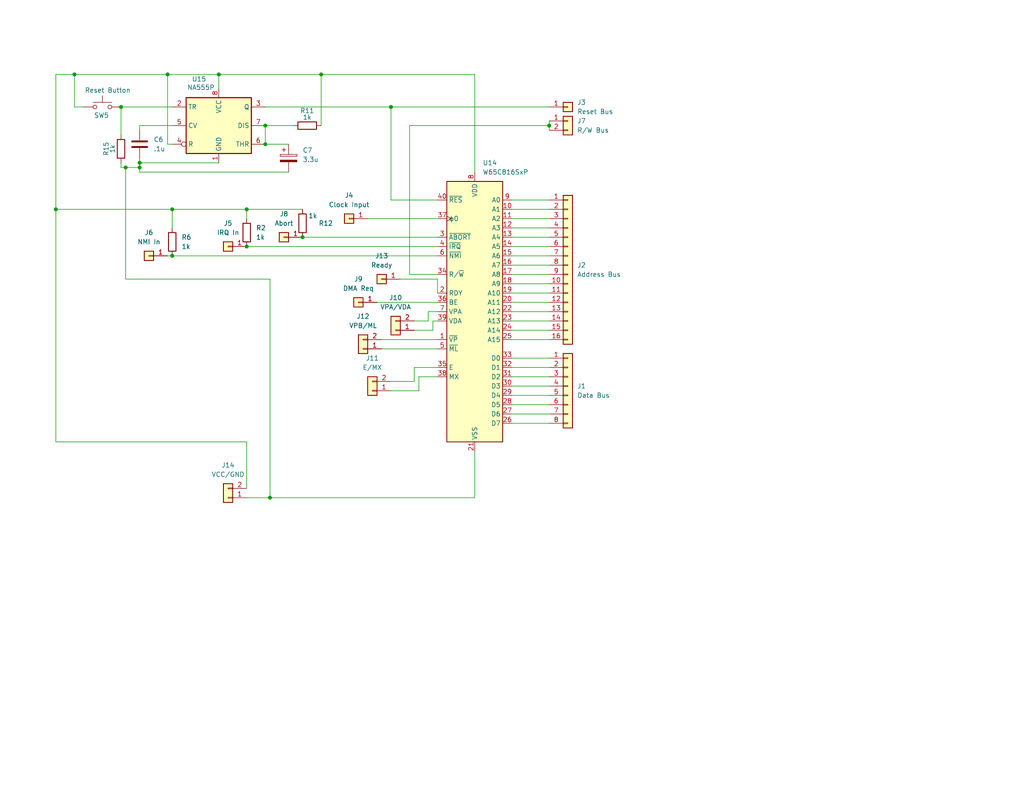
<source format=kicad_sch>
(kicad_sch (version 20250114) (generator "eeschema") (generator_version "9.0")
  (paper "USLetter")
  (title_block (date "2025-10-23") (rev "3") (comment 1 "Schematic for a CPU breakout PCB") (comment 2 "Not required for function") (comment 4 "Reset switch may be wrong?"))
  (lib_symbols
    (symbol "Connector_Generic:Conn_01x01" (pin_names (offset 1.016) (hide yes))
      (property "Reference" "J" (at 0 2.54 0))
      (property "Value" "Conn_01x01" (at 0 -2.54 0))
      (symbol "Conn_01x01_1_1"
        (rectangle (start -1.27 1.27) (end 1.27 -1.27) (stroke (width 0.254)) (fill (type background)))
        (rectangle (start -1.27 0.127) (end 0 -0.127) (stroke (width 0.1524)))
        (pin passive line (at -5.08 0 0) (length 3.81) (name "Pin_1") (number "1"))
      )
    )
    (symbol "Connector_Generic:Conn_01x02" (pin_names (offset 1.016) (hide yes))
      (property "Reference" "J" (at 0 2.54 0))
      (property "Value" "Conn_01x02" (at 0 -5.08 0))
      (symbol "Conn_01x02_1_1"
        (rectangle (start -1.27 1.27) (end 1.27 -3.81) (stroke (width 0.254)) (fill (type background)))
        (rectangle (start -1.27 0.127) (end 0 -0.127) (stroke (width 0.1524)))
        (rectangle (start -1.27 -2.413) (end 0 -2.667) (stroke (width 0.1524)))
        (pin passive line (at -5.08 0 0) (length 3.81) (name "Pin_1") (number "1"))
        (pin passive line (at -5.08 -2.54 0) (length 3.81) (name "Pin_2") (number "2"))
      )
    )
    (symbol "Connector_Generic:Conn_01x08" (pin_names (offset 1.016) (hide yes))
      (property "Reference" "J" (at 0 10.16 0))
      (property "Value" "Conn_01x08" (at 0 -12.7 0))
      (symbol "Conn_01x08_1_1"
        (rectangle (start -1.27 8.89) (end 1.27 -11.43) (stroke (width 0.254)) (fill (type background)))
        (rectangle (start -1.27 7.747) (end 0 7.493) (stroke (width 0.1524)))
        (rectangle (start -1.27 5.207) (end 0 4.953) (stroke (width 0.1524)))
        (rectangle (start -1.27 2.667) (end 0 2.413) (stroke (width 0.1524)))
        (rectangle (start -1.27 0.127) (end 0 -0.127) (stroke (width 0.1524)))
        (rectangle (start -1.27 -2.413) (end 0 -2.667) (stroke (width 0.1524)))
        (rectangle (start -1.27 -4.953) (end 0 -5.207) (stroke (width 0.1524)))
        (rectangle (start -1.27 -7.493) (end 0 -7.747) (stroke (width 0.1524)))
        (rectangle (start -1.27 -10.033) (end 0 -10.287) (stroke (width 0.1524)))
        (pin passive line (at -5.08 7.62 0) (length 3.81) (name "Pin_1") (number "1"))
        (pin passive line (at -5.08 5.08 0) (length 3.81) (name "Pin_2") (number "2"))
        (pin passive line (at -5.08 2.54 0) (length 3.81) (name "Pin_3") (number "3"))
        (pin passive line (at -5.08 0 0) (length 3.81) (name "Pin_4") (number "4"))
        (pin passive line (at -5.08 -2.54 0) (length 3.81) (name "Pin_5") (number "5"))
        (pin passive line (at -5.08 -5.08 0) (length 3.81) (name "Pin_6") (number "6"))
        (pin passive line (at -5.08 -7.62 0) (length 3.81) (name "Pin_7") (number "7"))
        (pin passive line (at -5.08 -10.16 0) (length 3.81) (name "Pin_8") (number "8"))
      )
    )
    (symbol "Connector_Generic:Conn_01x16" (pin_names (offset 1.016) (hide yes))
      (property "Reference" "J" (at 0 20.32 0))
      (property "Value" "Conn_01x16" (at 0 -22.86 0))
      (symbol "Conn_01x16_1_1"
        (rectangle (start -1.27 19.05) (end 1.27 -21.59) (stroke (width 0.254)) (fill (type background)))
        (rectangle (start -1.27 17.907) (end 0 17.653) (stroke (width 0.1524)))
        (rectangle (start -1.27 15.367) (end 0 15.113) (stroke (width 0.1524)))
        (rectangle (start -1.27 12.827) (end 0 12.573) (stroke (width 0.1524)))
        (rectangle (start -1.27 10.287) (end 0 10.033) (stroke (width 0.1524)))
        (rectangle (start -1.27 7.747) (end 0 7.493) (stroke (width 0.1524)))
        (rectangle (start -1.27 5.207) (end 0 4.953) (stroke (width 0.1524)))
        (rectangle (start -1.27 2.667) (end 0 2.413) (stroke (width 0.1524)))
        (rectangle (start -1.27 0.127) (end 0 -0.127) (stroke (width 0.1524)))
        (rectangle (start -1.27 -2.413) (end 0 -2.667) (stroke (width 0.1524)))
        (rectangle (start -1.27 -4.953) (end 0 -5.207) (stroke (width 0.1524)))
        (rectangle (start -1.27 -7.493) (end 0 -7.747) (stroke (width 0.1524)))
        (rectangle (start -1.27 -10.033) (end 0 -10.287) (stroke (width 0.1524)))
        (rectangle (start -1.27 -12.573) (end 0 -12.827) (stroke (width 0.1524)))
        (rectangle (start -1.27 -15.113) (end 0 -15.367) (stroke (width 0.1524)))
        (rectangle (start -1.27 -17.653) (end 0 -17.907) (stroke (width 0.1524)))
        (rectangle (start -1.27 -20.193) (end 0 -20.447) (stroke (width 0.1524)))
        (pin passive line (at -5.08 17.78 0) (length 3.81) (name "Pin_1") (number "1"))
        (pin passive line (at -5.08 15.24 0) (length 3.81) (name "Pin_2") (number "2"))
        (pin passive line (at -5.08 12.7 0) (length 3.81) (name "Pin_3") (number "3"))
        (pin passive line (at -5.08 10.16 0) (length 3.81) (name "Pin_4") (number "4"))
        (pin passive line (at -5.08 7.62 0) (length 3.81) (name "Pin_5") (number "5"))
        (pin passive line (at -5.08 5.08 0) (length 3.81) (name "Pin_6") (number "6"))
        (pin passive line (at -5.08 2.54 0) (length 3.81) (name "Pin_7") (number "7"))
        (pin passive line (at -5.08 0 0) (length 3.81) (name "Pin_8") (number "8"))
        (pin passive line (at -5.08 -2.54 0) (length 3.81) (name "Pin_9") (number "9"))
        (pin passive line (at -5.08 -5.08 0) (length 3.81) (name "Pin_10") (number "10"))
        (pin passive line (at -5.08 -7.62 0) (length 3.81) (name "Pin_11") (number "11"))
        (pin passive line (at -5.08 -10.16 0) (length 3.81) (name "Pin_12") (number "12"))
        (pin passive line (at -5.08 -12.7 0) (length 3.81) (name "Pin_13") (number "13"))
        (pin passive line (at -5.08 -15.24 0) (length 3.81) (name "Pin_14") (number "14"))
        (pin passive line (at -5.08 -17.78 0) (length 3.81) (name "Pin_15") (number "15"))
        (pin passive line (at -5.08 -20.32 0) (length 3.81) (name "Pin_16") (number "16"))
      )
    )
    (symbol "Device:C" (pin_numbers (hide yes)) (pin_names (offset 0.254))
      (property "Reference" "C" (at 0.635 2.54 0))
      (property "Value" "C" (at 0.635 -2.54 0))
      (symbol "C_0_1"
        (polyline (pts (xy -2.032 0.762) (xy 2.032 0.762)) (stroke (width 0.508)))
        (polyline (pts (xy -2.032 -0.762) (xy 2.032 -0.762)) (stroke (width 0.508)))
      )
      (symbol "C_1_1"
        (pin passive line (at 0 3.81 270) (length 2.794) (name "~") (number "1"))
        (pin passive line (at 0 -3.81 90) (length 2.794) (name "~") (number "2"))
      )
    )
    (symbol "Device:C_Polarized" (pin_numbers (hide yes)) (pin_names (offset 0.254))
      (property "Reference" "C" (at 0.635 2.54 0))
      (property "Value" "C_Polarized" (at 0.635 -2.54 0))
      (symbol "C_Polarized_0_1"
        (rectangle (start -2.286 0.508) (end 2.286 1.016))
        (polyline (pts (xy -1.778 2.286) (xy -0.762 2.286)))
        (polyline (pts (xy -1.27 2.794) (xy -1.27 1.778)))
        (rectangle (start 2.286 -0.508) (end -2.286 -1.016) (fill (type outline)))
      )
      (symbol "C_Polarized_1_1"
        (pin passive line (at 0 3.81 270) (length 2.794) (name "~") (number "1"))
        (pin passive line (at 0 -3.81 90) (length 2.794) (name "~") (number "2"))
      )
    )
    (symbol "Device:R" (pin_numbers (hide yes)) (pin_names (offset 0))
      (property "Reference" "R" (at 2.032 0 90))
      (property "Value" "R" (at 0 0 90))
      (symbol "R_0_1"
        (rectangle (start -1.016 -2.54) (end 1.016 2.54) (stroke (width 0.254)))
      )
      (symbol "R_1_1"
        (pin passive line (at 0 3.81 270) (length 1.27) (name "~") (number "1"))
        (pin passive line (at 0 -3.81 90) (length 1.27) (name "~") (number "2"))
      )
    )
    (symbol "PCM_65xx-library:W65C816SxP"
      (property "Reference" "U" (at 2.54 40.64 0))
      (property "Value" "W65C816SxP" (at 2.54 38.1 0))
      (symbol "W65C816SxP_0_1"
        (rectangle (start -7.62 35.56) (end 7.62 -35.56) (stroke (width 0.254)) (fill (type background)))
      )
      (symbol "W65C816SxP_1_1"
        (pin input line (at -10.16 30.48 0) (length 2.54) (name "~{RES}") (number "40"))
        (pin input clock (at -10.16 25.4 0) (length 2.54) (name "ϕ0") (number "37"))
        (pin input line (at -10.16 20.32 0) (length 2.54) (name "~{ABORT}") (number "3"))
        (pin input line (at -10.16 17.78 0) (length 2.54) (name "~{IRQ}") (number "4"))
        (pin input line (at -10.16 15.24 0) (length 2.54) (name "~{NMI}") (number "6"))
        (pin tri_state line (at -10.16 10.16 0) (length 2.54) (name "R/~{W}") (number "34"))
        (pin open_collector line (at -10.16 5.08 0) (length 2.54) (name "RDY") (number "2"))
        (pin input line (at -10.16 2.54 0) (length 2.54) (name "BE") (number "36"))
        (pin output line (at -10.16 0 0) (length 2.54) (name "VPA") (number "7"))
        (pin output line (at -10.16 -2.54 0) (length 2.54) (name "VDA") (number "39"))
        (pin output line (at -10.16 -7.62 0) (length 2.54) (name "~{VP}") (number "1"))
        (pin output line (at -10.16 -10.16 0) (length 2.54) (name "~{ML}") (number "5"))
        (pin output line (at -10.16 -15.24 0) (length 2.54) (name "E") (number "35"))
        (pin output line (at -10.16 -17.78 0) (length 2.54) (name "MX") (number "38"))
        (pin power_in line (at 0 38.1 270) (length 2.54) (name "VDD") (number "8"))
        (pin power_in line (at 0 -38.1 90) (length 2.54) (name "VSS") (number "21"))
        (pin tri_state line (at 10.16 30.48 180) (length 2.54) (name "A0") (number "9"))
        (pin tri_state line (at 10.16 27.94 180) (length 2.54) (name "A1") (number "10"))
        (pin tri_state line (at 10.16 25.4 180) (length 2.54) (name "A2") (number "11"))
        (pin tri_state line (at 10.16 22.86 180) (length 2.54) (name "A3") (number "12"))
        (pin tri_state line (at 10.16 20.32 180) (length 2.54) (name "A4") (number "13"))
        (pin tri_state line (at 10.16 17.78 180) (length 2.54) (name "A5") (number "14"))
        (pin tri_state line (at 10.16 15.24 180) (length 2.54) (name "A6") (number "15"))
        (pin tri_state line (at 10.16 12.7 180) (length 2.54) (name "A7") (number "16"))
        (pin tri_state line (at 10.16 10.16 180) (length 2.54) (name "A8") (number "17"))
        (pin tri_state line (at 10.16 7.62 180) (length 2.54) (name "A9") (number "18"))
        (pin tri_state line (at 10.16 5.08 180) (length 2.54) (name "A10") (number "19"))
        (pin tri_state line (at 10.16 2.54 180) (length 2.54) (name "A11") (number "20"))
        (pin tri_state line (at 10.16 0 180) (length 2.54) (name "A12") (number "22"))
        (pin tri_state line (at 10.16 -2.54 180) (length 2.54) (name "A13") (number "23"))
        (pin tri_state line (at 10.16 -5.08 180) (length 2.54) (name "A14") (number "24"))
        (pin tri_state line (at 10.16 -7.62 180) (length 2.54) (name "A15") (number "25"))
        (pin bidirectional line (at 10.16 -12.7 180) (length 2.54) (name "D0") (number "33"))
        (pin bidirectional line (at 10.16 -15.24 180) (length 2.54) (name "D1") (number "32"))
        (pin bidirectional line (at 10.16 -17.78 180) (length 2.54) (name "D2") (number "31"))
        (pin bidirectional line (at 10.16 -20.32 180) (length 2.54) (name "D3") (number "30"))
        (pin bidirectional line (at 10.16 -22.86 180) (length 2.54) (name "D4") (number "29"))
        (pin bidirectional line (at 10.16 -25.4 180) (length 2.54) (name "D5") (number "28"))
        (pin bidirectional line (at 10.16 -27.94 180) (length 2.54) (name "D6") (number "27"))
        (pin bidirectional line (at 10.16 -30.48 180) (length 2.54) (name "D7") (number "26"))
      )
    )
    (symbol "Switch:SW_Push" (pin_numbers (hide yes)) (pin_names (offset 1.016) (hide yes))
      (property "Reference" "SW" (at 1.27 2.54 0))
      (property "Value" "SW_Push" (at 0 -1.524 0))
      (symbol "SW_Push_0_1"
        (circle (center -2.032 0) (radius 0.508))
        (polyline (pts (xy 0 1.27) (xy 0 3.048)))
        (circle (center 2.032 0) (radius 0.508))
        (polyline (pts (xy 2.54 1.27) (xy -2.54 1.27)))
        (pin passive line (at -5.08 0 0) (length 2.54) (name "1") (number "1"))
        (pin passive line (at 5.08 0 180) (length 2.54) (name "2") (number "2"))
      )
    )
    (symbol "Timer:NA555P"
      (property "Reference" "U" (at -10.16 8.89 0))
      (property "Value" "NA555P" (at 2.54 8.89 0))
      (symbol "NA555P_0_0"
        (pin power_in line (at 0 10.16 270) (length 2.54) (name "VCC") (number "8"))
        (pin power_in line (at 0 -10.16 90) (length 2.54) (name "GND") (number "1"))
      )
      (symbol "NA555P_0_1"
        (rectangle (start -8.89 -7.62) (end 8.89 7.62) (stroke (width 0.254)) (fill (type background)))
        (rectangle (start -8.89 -7.62) (end 8.89 7.62) (stroke (width 0.254)) (fill (type background)))
      )
      (symbol "NA555P_1_1"
        (pin input line (at -12.7 5.08 0) (length 3.81) (name "TR") (number "2"))
        (pin input line (at -12.7 0 0) (length 3.81) (name "CV") (number "5"))
        (pin input inverted (at -12.7 -5.08 0) (length 3.81) (name "R") (number "4"))
        (pin output line (at 12.7 5.08 180) (length 3.81) (name "Q") (number "3"))
        (pin input line (at 12.7 0 180) (length 3.81) (name "DIS") (number "7"))
        (pin input line (at 12.7 -5.08 180) (length 3.81) (name "THR") (number "6"))
      )
    )
  )
  (junction (at 149.86 34.29))
  (junction (at 67.31 67.31))
  (junction (at 59.69 20.32))
  (junction (at 15.24 57.15))
  (junction (at 38.1 44.45))
  (junction (at 46.99 57.15))
  (junction (at 72.39 39.37))
  (junction (at 45.72 20.32))
  (junction (at 20.32 20.32))
  (junction (at 73.66 135.89))
  (junction (at 33.02 29.21))
  (junction (at 46.99 69.85))
  (junction (at 34.29 45.72))
  (junction (at 106.68 29.21))
  (junction (at 87.63 20.32))
  (junction (at 72.39 34.29))
  (junction (at 67.31 57.15))
  (junction (at 38.1 45.72))
  (junction (at 82.55 64.77))
  (wire (pts (xy 139.7 90.17) (xy 149.86 90.17)))
  (wire (pts (xy 119.38 74.93) (xy 111.76 74.93)))
  (wire (pts (xy 119.38 76.2) (xy 119.38 80.01)))
  (wire (pts (xy 73.66 135.89) (xy 67.31 135.89)))
  (wire (pts (xy 67.31 57.15) (xy 67.31 59.69)))
  (wire (pts (xy 111.76 34.29) (xy 149.86 34.29)))
  (wire (pts (xy 104.14 92.71) (xy 119.38 92.71)))
  (wire (pts (xy 139.7 82.55) (xy 149.86 82.55)))
  (wire (pts (xy 59.69 20.32) (xy 59.69 24.13)))
  (wire (pts (xy 87.63 20.32) (xy 87.63 34.29)))
  (wire (pts (xy 139.7 62.23) (xy 149.86 62.23)))
  (wire (pts (xy 20.32 29.21) (xy 22.86 29.21)))
  (wire (pts (xy 87.63 20.32) (xy 59.69 20.32)))
  (wire (pts (xy 104.14 95.25) (xy 119.38 95.25)))
  (wire (pts (xy 139.7 77.47) (xy 149.86 77.47)))
  (wire (pts (xy 139.7 80.01) (xy 149.86 80.01)))
  (wire (pts (xy 15.24 20.32) (xy 15.24 57.15)))
  (wire (pts (xy 109.22 76.2) (xy 119.38 76.2)))
  (wire (pts (xy 45.72 20.32) (xy 20.32 20.32)))
  (wire (pts (xy 38.1 34.29) (xy 38.1 35.56)))
  (wire (pts (xy 33.02 44.45) (xy 33.02 45.72)))
  (wire (pts (xy 106.68 106.68) (xy 114.3 106.68)))
  (wire (pts (xy 139.7 69.85) (xy 149.86 69.85)))
  (wire (pts (xy 106.68 104.14) (xy 113.03 104.14)))
  (wire (pts (xy 149.86 34.29) (xy 149.86 35.56)))
  (wire (pts (xy 129.54 123.19) (xy 129.54 135.89)))
  (wire (pts (xy 45.72 20.32) (xy 45.72 39.37)))
  (wire (pts (xy 113.03 104.14) (xy 113.03 100.33)))
  (wire (pts (xy 129.54 20.32) (xy 87.63 20.32)))
  (wire (pts (xy 149.86 33.02) (xy 149.86 34.29)))
  (wire (pts (xy 114.3 106.68) (xy 114.3 102.87)))
  (wire (pts (xy 139.7 115.57) (xy 149.86 115.57)))
  (wire (pts (xy 45.72 39.37) (xy 46.99 39.37)))
  (wire (pts (xy 139.7 107.95) (xy 149.86 107.95)))
  (wire (pts (xy 46.99 34.29) (xy 38.1 34.29)))
  (wire (pts (xy 102.87 82.55) (xy 119.38 82.55)))
  (wire (pts (xy 106.68 29.21) (xy 106.68 54.61)))
  (wire (pts (xy 59.69 20.32) (xy 45.72 20.32)))
  (wire (pts (xy 118.11 87.63) (xy 119.38 87.63)))
  (wire (pts (xy 139.7 102.87) (xy 149.86 102.87)))
  (wire (pts (xy 15.24 120.65) (xy 67.31 120.65)))
  (wire (pts (xy 139.7 57.15) (xy 149.86 57.15)))
  (wire (pts (xy 129.54 20.32) (xy 129.54 46.99)))
  (wire (pts (xy 38.1 46.99) (xy 78.74 46.99)))
  (wire (pts (xy 72.39 29.21) (xy 106.68 29.21)))
  (wire (pts (xy 149.86 29.21) (xy 106.68 29.21)))
  (wire (pts (xy 106.68 54.61) (xy 119.38 54.61)))
  (wire (pts (xy 139.7 110.49) (xy 149.86 110.49)))
  (wire (pts (xy 15.24 57.15) (xy 15.24 120.65)))
  (wire (pts (xy 15.24 57.15) (xy 46.99 57.15)))
  (wire (pts (xy 139.7 105.41) (xy 149.86 105.41)))
  (wire (pts (xy 72.39 39.37) (xy 78.74 39.37)))
  (wire (pts (xy 139.7 97.79) (xy 149.86 97.79)))
  (wire (pts (xy 38.1 44.45) (xy 38.1 45.72)))
  (wire (pts (xy 139.7 54.61) (xy 149.86 54.61)))
  (wire (pts (xy 20.32 20.32) (xy 20.32 29.21)))
  (wire (pts (xy 114.3 102.87) (xy 119.38 102.87)))
  (wire (pts (xy 82.55 64.77) (xy 119.38 64.77)))
  (wire (pts (xy 139.7 64.77) (xy 149.86 64.77)))
  (wire (pts (xy 73.66 76.2) (xy 34.29 76.2)))
  (wire (pts (xy 59.69 44.45) (xy 38.1 44.45)))
  (wire (pts (xy 38.1 43.18) (xy 38.1 44.45)))
  (wire (pts (xy 118.11 90.17) (xy 113.03 90.17)))
  (wire (pts (xy 67.31 67.31) (xy 119.38 67.31)))
  (wire (pts (xy 111.76 74.93) (xy 111.76 34.29)))
  (wire (pts (xy 67.31 57.15) (xy 46.99 57.15)))
  (wire (pts (xy 46.99 29.21) (xy 33.02 29.21)))
  (wire (pts (xy 116.84 85.09) (xy 119.38 85.09)))
  (wire (pts (xy 34.29 45.72) (xy 38.1 45.72)))
  (wire (pts (xy 139.7 87.63) (xy 149.86 87.63)))
  (wire (pts (xy 113.03 100.33) (xy 119.38 100.33)))
  (wire (pts (xy 72.39 34.29) (xy 72.39 39.37)))
  (wire (pts (xy 34.29 76.2) (xy 34.29 45.72)))
  (wire (pts (xy 139.7 85.09) (xy 149.86 85.09)))
  (wire (pts (xy 139.7 92.71) (xy 149.86 92.71)))
  (wire (pts (xy 116.84 87.63) (xy 113.03 87.63)))
  (wire (pts (xy 67.31 120.65) (xy 67.31 133.35)))
  (wire (pts (xy 46.99 69.85) (xy 119.38 69.85)))
  (wire (pts (xy 139.7 72.39) (xy 149.86 72.39)))
  (wire (pts (xy 67.31 57.15) (xy 82.55 57.15)))
  (wire (pts (xy 139.7 59.69) (xy 149.86 59.69)))
  (wire (pts (xy 38.1 46.99) (xy 38.1 45.72)))
  (wire (pts (xy 72.39 34.29) (xy 80.01 34.29)))
  (wire (pts (xy 139.7 113.03) (xy 149.86 113.03)))
  (wire (pts (xy 139.7 67.31) (xy 149.86 67.31)))
  (wire (pts (xy 73.66 135.89) (xy 73.66 76.2)))
  (wire (pts (xy 33.02 45.72) (xy 34.29 45.72)))
  (wire (pts (xy 118.11 90.17) (xy 118.11 87.63)))
  (wire (pts (xy 20.32 20.32) (xy 15.24 20.32)))
  (wire (pts (xy 139.7 74.93) (xy 149.86 74.93)))
  (wire (pts (xy 46.99 57.15) (xy 46.99 62.23)))
  (wire (pts (xy 139.7 100.33) (xy 149.86 100.33)))
  (wire (pts (xy 100.33 59.69) (xy 119.38 59.69)))
  (wire (pts (xy 116.84 87.63) (xy 116.84 85.09)))
  (wire (pts (xy 45.72 69.85) (xy 46.99 69.85)))
  (wire (pts (xy 129.54 135.89) (xy 73.66 135.89)))
  (wire (pts (xy 33.02 29.21) (xy 33.02 36.83)))
  (symbol (lib_id "Connector_Generic:Conn_01x02") (at 154.94 33.02 0) (unit 1)
    (property "Reference" "J7" (at 157.48 33.0199 0) (effects (justify left)))
    (property "Value" "R/W Bus" (at 157.48 35.5599 0) (effects (justify left)))
    (property "Footprint" "Connector_PinSocket_2.54mm:PinSocket_1x02_P2.54mm_Vertical" (effects (hide yes)))
    (property "Description" "Generic connector, single row, 01x02, script generated (kicad-library-utils/schlib/autogen/connector/)" (effects (hide yes)))
  )
  (symbol (lib_id "Connector_Generic:Conn_01x08") (at 154.94 105.41 0) (unit 1)
    (property "Reference" "J1" (at 157.48 105.4099 0) (effects (justify left)))
    (property "Value" "Data Bus" (at 157.48 107.9499 0) (effects (justify left)))
    (property "Footprint" "Connector_PinSocket_2.54mm:PinSocket_1x08_P2.54mm_Vertical" (effects (hide yes)))
    (property "Description" "Generic connector, single row, 01x08, script generated (kicad-library-utils/schlib/autogen/connector/)" (effects (hide yes)))
  )
  (symbol (lib_id "Device:R") (at 82.55 60.96 0) (unit 1)
    (property "Reference" "R12" (at 88.9 60.96 0))
    (property "Value" "1k" (at 85.344 58.928 0))
    (property "Footprint" "Resistor_THT:R_Axial_DIN0207_L6.3mm_D2.5mm_P10.16mm_Horizontal" (effects (hide yes)))
    (property "Description" "Resistor" (effects (hide yes)))
  )
  (symbol (lib_id "Connector_Generic:Conn_01x02") (at 107.95 90.17 180) (unit 1)
    (property "Reference" "J10" (at 107.95 81.28 0))
    (property "Value" "VPA/VDA" (at 107.95 83.82 0))
    (property "Footprint" "Connector_PinSocket_2.54mm:PinSocket_1x02_P2.54mm_Vertical" (effects (hide yes)))
    (property "Description" "Generic connector, single row, 01x02, script generated (kicad-library-utils/schlib/autogen/connector/)" (effects (hide yes)))
  )
  (symbol (lib_id "Connector_Generic:Conn_01x01") (at 62.23 67.31 180) (unit 1)
    (property "Reference" "J5" (at 62.23 60.96 0))
    (property "Value" "IRQ In" (at 62.23 63.5 0))
    (property "Footprint" "Connector_PinSocket_2.54mm:PinSocket_1x01_P2.54mm_Vertical" (effects (hide yes)))
    (property "Description" "Generic connector, single row, 01x01, script generated (kicad-library-utils/schlib/autogen/connector/)" (effects (hide yes)))
  )
  (symbol (lib_id "Connector_Generic:Conn_01x01") (at 95.25 59.69 180) (unit 1)
    (property "Reference" "J4" (at 95.25 53.34 0))
    (property "Value" "Clock Input" (at 95.25 55.88 0))
    (property "Footprint" "Connector_PinSocket_2.54mm:PinSocket_1x01_P2.54mm_Vertical" (effects (hide yes)))
    (property "Description" "Generic connector, single row, 01x01, script generated (kicad-library-utils/schlib/autogen/connector/)" (effects (hide yes)))
  )
  (symbol (lib_id "Connector_Generic:Conn_01x01") (at 77.47 64.77 180) (unit 1)
    (property "Reference" "J8" (at 77.47 58.42 0))
    (property "Value" "Abort" (at 77.47 60.96 0))
    (property "Footprint" "Connector_PinSocket_2.54mm:PinSocket_1x01_P2.54mm_Vertical" (effects (hide yes)))
    (property "Description" "Generic connector, single row, 01x01, script generated (kicad-library-utils/schlib/autogen/connector/)" (effects (hide yes)))
  )
  (symbol (lib_id "Device:R") (at 67.31 63.5 0) (unit 1)
    (property "Reference" "R2" (at 69.85 62.2299 0) (effects (justify left)))
    (property "Value" "1k" (at 69.85 64.7699 0) (effects (justify left)))
    (property "Footprint" "Resistor_THT:R_Axial_DIN0207_L6.3mm_D2.5mm_P10.16mm_Horizontal" (effects (hide yes)))
    (property "Description" "Resistor" (effects (hide yes)))
  )
  (symbol (lib_id "Connector_Generic:Conn_01x02") (at 101.6 106.68 180) (unit 1)
    (property "Reference" "J11" (at 101.6 97.79 0))
    (property "Value" "E/MX" (at 101.6 100.33 0))
    (property "Footprint" "Connector_PinSocket_2.54mm:PinSocket_1x02_P2.54mm_Vertical" (effects (hide yes)))
    (property "Description" "Generic connector, single row, 01x02, script generated (kicad-library-utils/schlib/autogen/connector/)" (effects (hide yes)))
    (property "Note" "Can be used as opcode extensions" (effects (hide yes)))
  )
  (symbol (lib_id "Device:R") (at 46.99 66.04 0) (unit 1)
    (property "Reference" "R6" (at 49.53 64.7699 0) (effects (justify left)))
    (property "Value" "1k" (at 49.53 67.3099 0) (effects (justify left)))
    (property "Footprint" "Resistor_THT:R_Axial_DIN0207_L6.3mm_D2.5mm_P10.16mm_Horizontal" (effects (hide yes)))
    (property "Description" "Resistor" (effects (hide yes)))
  )
  (symbol (lib_id "Connector_Generic:Conn_01x02") (at 62.23 135.89 180) (unit 1)
    (property "Reference" "J14" (at 62.23 127 0))
    (property "Value" "VCC/GND" (at 62.23 129.54 0))
    (property "Footprint" "Connector_PinSocket_2.54mm:PinSocket_1x02_P2.54mm_Vertical" (effects (hide yes)))
    (property "Description" "Generic connector, single row, 01x02, script generated (kicad-library-utils/schlib/autogen/connector/)" (effects (hide yes)))
  )
  (symbol (lib_id "Device:R") (at 83.82 34.29 90) (unit 1)
    (property "Reference" "R11" (at 83.82 30.226 90))
    (property "Value" "1k" (at 83.82 32.004 90))
    (property "Footprint" "Resistor_THT:R_Axial_DIN0207_L6.3mm_D2.5mm_P10.16mm_Horizontal" (effects (hide yes)))
    (property "Description" "Resistor" (effects (hide yes)))
  )
  (symbol (lib_id "Connector_Generic:Conn_01x01") (at 154.94 29.21 0) (unit 1)
    (property "Reference" "J3" (at 157.48 27.9399 0) (effects (justify left)))
    (property "Value" "Reset Bus" (at 157.48 30.4799 0) (effects (justify left)))
    (property "Footprint" "Connector_PinSocket_2.54mm:PinSocket_1x01_P2.54mm_Vertical" (effects (hide yes)))
    (property "Description" "Generic connector, single row, 01x01, script generated (kicad-library-utils/schlib/autogen/connector/)" (effects (hide yes)))
  )
  (symbol (lib_id "Connector_Generic:Conn_01x01") (at 104.14 76.2 180) (unit 1)
    (property "Reference" "J13" (at 104.14 69.85 0))
    (property "Value" "Ready" (at 104.14 72.39 0))
    (property "Footprint" "Connector_PinSocket_2.54mm:PinSocket_1x01_P2.54mm_Vertical" (effects (hide yes)))
    (property "Description" "Generic connector, single row, 01x01, script generated (kicad-library-utils/schlib/autogen/connector/)" (effects (hide yes)))
  )
  (symbol (lib_id "Device:C") (at 38.1 39.37 0) (unit 1)
    (property "Reference" "C6" (at 41.91 38.0999 0) (effects (justify left)))
    (property "Value" ".1u" (at 41.91 40.6399 0) (effects (justify left)))
    (property "Footprint" "Capacitor_THT:C_Axial_L5.1mm_D3.1mm_P7.50mm_Horizontal" (effects (hide yes)))
    (property "Description" "Unpolarized capacitor" (effects (hide yes)))
  )
  (symbol (lib_id "PCM_65xx-library:W65C816SxP") (at 129.54 85.09 0) (unit 1)
    (property "Reference" "U14" (at 131.6833 44.45 0) (effects (justify left)))
    (property "Value" "W65C816SxP" (at 131.6833 46.99 0) (effects (justify left)))
    (property "Footprint" "Package_DIP:DIP-40_W15.24mm" (effects (hide yes)))
    (property "Datasheet" "http://www.westerndesigncenter.com/wdc/documentation/w65c816s.pdf" (effects (hide yes)))
    (property "Description" "8/16-bit CMOS General Purpose Microprocessor, DIP-40" (effects (hide yes)))
  )
  (symbol (lib_id "Connector_Generic:Conn_01x01") (at 40.64 69.85 180) (unit 1)
    (property "Reference" "J6" (at 40.64 63.5 0))
    (property "Value" "NMI In" (at 40.64 66.04 0))
    (property "Footprint" "Connector_PinSocket_2.54mm:PinSocket_1x01_P2.54mm_Vertical" (effects (hide yes)))
    (property "Description" "Generic connector, single row, 01x01, script generated (kicad-library-utils/schlib/autogen/connector/)" (effects (hide yes)))
  )
  (symbol (lib_id "Device:C_Polarized") (at 78.74 43.18 0) (unit 1)
    (property "Reference" "C7" (at 82.55 41.0209 0) (effects (justify left)))
    (property "Value" "3.3u" (at 82.55 43.5609 0) (effects (justify left)))
    (property "Footprint" "Capacitor_THT:CP_Radial_D7.5mm_P2.50mm" (effects (hide yes)))
    (property "Description" "Polarized capacitor" (effects (hide yes)))
  )
  (symbol (lib_id "Connector_Generic:Conn_01x16") (at 154.94 72.39 0) (unit 1)
    (property "Reference" "J2" (at 157.48 72.3899 0) (effects (justify left)))
    (property "Value" "Address Bus" (at 157.48 74.9299 0) (effects (justify left)))
    (property "Footprint" "Connector_PinHeader_2.54mm:PinHeader_1x16_P2.54mm_Vertical" (effects (hide yes)))
    (property "Description" "Generic connector, single row, 01x16, script generated (kicad-library-utils/schlib/autogen/connector/)" (effects (hide yes)))
  )
  (symbol (lib_id "Device:R") (at 33.02 40.64 180) (unit 1)
    (property "Reference" "R15" (at 28.956 40.64 90))
    (property "Value" "1k" (at 30.734 40.64 90))
    (property "Footprint" "Resistor_THT:R_Axial_DIN0207_L6.3mm_D2.5mm_P10.16mm_Horizontal" (effects (hide yes)))
    (property "Description" "Resistor" (effects (hide yes)))
  )
  (symbol (lib_id "Timer:NA555P") (at 59.69 34.29 0) (unit 1)
    (property "Reference" "U15" (at 52.324 21.59 0) (effects (justify left)))
    (property "Value" "NA555P" (at 51.054 23.876 0) (effects (justify left)))
    (property "Footprint" "Package_DIP:DIP-8_W7.62mm" (effects (hide yes)))
    (property "Datasheet" "http://www.ti.com/lit/ds/symlink/ne555.pdf" (effects (hide yes)))
    (property "Description" "Precision Timers, 555 compatible, PDIP-8" (effects (hide yes)))
  )
  (symbol (lib_id "Connector_Generic:Conn_01x02") (at 99.06 95.25 180) (unit 1)
    (property "Reference" "J12" (at 99.06 86.36 0))
    (property "Value" "VPB/ML" (at 99.06 88.9 0))
    (property "Footprint" "Connector_PinSocket_2.54mm:PinSocket_1x02_P2.54mm_Vertical" (effects (hide yes)))
    (property "Description" "Generic connector, single row, 01x02, script generated (kicad-library-utils/schlib/autogen/connector/)" (effects (hide yes)))
    (property "Note" "Funky Control stuff I won't use" (effects (hide yes)))
  )
  (symbol (lib_id "Switch:SW_Push") (at 27.94 29.21 0) (unit 1)
    (property "Reference" "SW5" (at 25.654 31.496 0) (effects (justify left)))
    (property "Value" "Reset Button" (at 23.114 24.638 0) (effects (justify left)))
    (property "Footprint" "Button_Switch_THT:SW_PUSH_6mm" (effects (hide yes)))
    (property "Description" "Push button switch, generic, two pins" (effects (hide yes)))
  )
  (symbol (lib_id "Connector_Generic:Conn_01x01") (at 97.79 82.55 180) (unit 1)
    (property "Reference" "J9" (at 97.79 76.2 0))
    (property "Value" "DMA Req" (at 97.79 78.74 0))
    (property "Footprint" "Connector_PinSocket_2.54mm:PinSocket_1x01_P2.54mm_Vertical" (effects (hide yes)))
    (property "Description" "Generic connector, single row, 01x01, script generated (kicad-library-utils/schlib/autogen/connector/)" (effects (hide yes)))
  )
)
</source>
